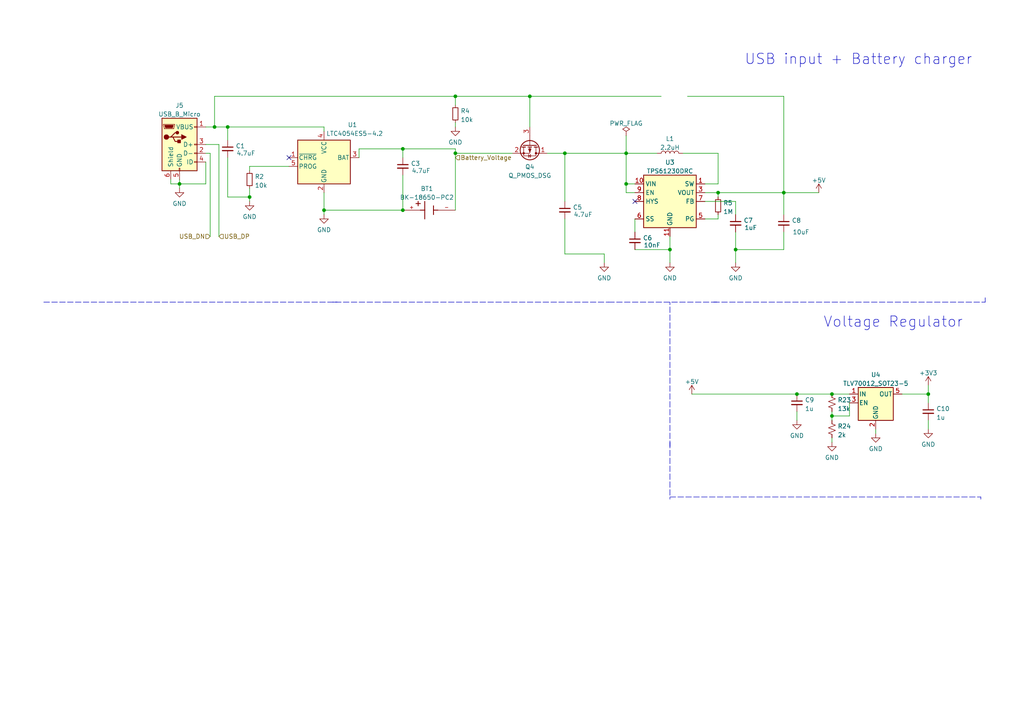
<source format=kicad_sch>
(kicad_sch (version 20211123) (generator eeschema)
  (paper "A4")
  (title_block (title "Power Submodule Schematic") (date "2022-04-12") (rev "v1.05") (company "University of Cape Town") (comment 1 "Ethan Meknassi"))
  (lib_symbols
    (symbol "BK-18650-PC2:BK-18650-PC2" (pin_names (offset 1.016) hide)
      (property "Reference" "BT" (at -3.81 3.81 0))
      (property "Value" "BK-18650-PC2" (at -3.81 -5.08 0))
      (symbol "BK-18650-PC2_0_0"
        (polyline (pts (xy -3.81 1.905) (xy -2.54 1.905)) (stroke (width 0.254)))
        (polyline (pts (xy -3.175 2.54) (xy -3.175 1.27)) (stroke (width 0.254)))
        (polyline (pts (xy -1.27 0) (xy -2.54 0)) (stroke (width 0.254)))
        (polyline (pts (xy -1.27 0) (xy -1.27 -2.54)) (stroke (width 0.254)))
        (polyline (pts (xy -1.27 2.54) (xy -1.27 0)) (stroke (width 0.254)))
        (polyline (pts (xy 1.27 0) (xy 1.27 -1.27)) (stroke (width 0.254)))
        (polyline (pts (xy 1.27 0) (xy 2.54 0)) (stroke (width 0.254)))
        (polyline (pts (xy 1.27 1.27) (xy 1.27 0)) (stroke (width 0.254)))
        (pin passive line (at -7.62 0 0) (length 5.08) (name "~") (number "+"))
        (pin passive line (at 7.62 0 180) (length 5.08) (name "~") (number "-"))
      )
    )
    (symbol "Battery_Management:LTC4054ES5-4.2" (pin_names (offset 0.254))
      (property "Reference" "U" (at -5.842 6.604 0))
      (property "Value" "LTC4054ES5-4.2" (at 1.524 6.604 0))
      (symbol "LTC4054ES5-4.2_0_1"
        (rectangle (start -7.62 5.08) (end 7.62 -7.62) (stroke (width 0.254)) (fill (type background)))
      )
      (symbol "LTC4054ES5-4.2_1_1"
        (pin open_collector line (at -10.16 0 0) (length 2.54) (name "~{CHRG}") (number "1"))
        (pin power_in line (at 0 -10.16 90) (length 2.54) (name "GND") (number "2"))
        (pin power_out line (at 10.16 0 180) (length 2.54) (name "BAT") (number "3"))
        (pin power_in line (at 0 7.62 270) (length 2.54) (name "VCC") (number "4"))
        (pin bidirectional line (at -10.16 -2.54 0) (length 2.54) (name "PROG") (number "5"))
      )
    )
    (symbol "Connector:USB_B_Micro" (pin_names (offset 1.016))
      (property "Reference" "J" (at -5.08 11.43 0))
      (property "Value" "USB_B_Micro" (at -5.08 8.89 0))
      (symbol "USB_B_Micro_0_1"
        (rectangle (start -5.08 -7.62) (end 5.08 7.62) (stroke (width 0.254)) (fill (type background)))
        (circle (center -3.81 2.159) (radius 0.635) (stroke (width 0.254)) (fill (type outline)))
        (circle (center -0.635 3.429) (radius 0.381) (stroke (width 0.254)) (fill (type outline)))
        (rectangle (start -0.127 -7.62) (end 0.127 -6.858))
        (polyline (pts (xy -1.905 2.159) (xy 0.635 2.159)) (stroke (width 0.254)))
        (polyline (pts (xy -3.175 2.159) (xy -2.54 2.159) (xy -1.27 3.429) (xy -0.635 3.429)) (stroke (width 0.254)))
        (polyline (pts (xy -2.54 2.159) (xy -1.905 2.159) (xy -1.27 0.889) (xy 0 0.889)) (stroke (width 0.254)))
        (polyline (pts (xy 0.635 2.794) (xy 0.635 1.524) (xy 1.905 2.159) (xy 0.635 2.794)) (stroke (width 0.254)) (fill (type outline)))
        (polyline (pts (xy -4.318 5.588) (xy -1.778 5.588) (xy -2.032 4.826) (xy -4.064 4.826) (xy -4.318 5.588)) (fill (type outline)))
        (polyline (pts (xy -4.699 5.842) (xy -4.699 5.588) (xy -4.445 4.826) (xy -4.445 4.572) (xy -1.651 4.572) (xy -1.651 4.826) (xy -1.397 5.588) (xy -1.397 5.842) (xy -4.699 5.842)))
        (rectangle (start 0.254 1.27) (end -0.508 0.508) (stroke (width 0.254)) (fill (type outline)))
        (rectangle (start 5.08 -5.207) (end 4.318 -4.953))
        (rectangle (start 5.08 -2.667) (end 4.318 -2.413))
        (rectangle (start 5.08 -0.127) (end 4.318 0.127))
        (rectangle (start 5.08 4.953) (end 4.318 5.207))
      )
      (symbol "USB_B_Micro_1_1"
        (pin power_out line (at 7.62 5.08 180) (length 2.54) (name "VBUS") (number "1"))
        (pin bidirectional line (at 7.62 -2.54 180) (length 2.54) (name "D-") (number "2"))
        (pin bidirectional line (at 7.62 0 180) (length 2.54) (name "D+") (number "3"))
        (pin passive line (at 7.62 -5.08 180) (length 2.54) (name "ID") (number "4"))
        (pin power_out line (at 0 -10.16 90) (length 2.54) (name "GND") (number "5"))
        (pin passive line (at -2.54 -10.16 90) (length 2.54) (name "Shield") (number "6"))
      )
    )
    (symbol "Device:C_Small" (pin_numbers hide) (pin_names (offset 0.254) hide)
      (property "Reference" "C" (at 0.254 1.778 0))
      (property "Value" "C_Small" (at 0.254 -2.032 0))
      (symbol "C_Small_0_1"
        (polyline (pts (xy -1.524 -0.508) (xy 1.524 -0.508)) (stroke (width 0.3302)))
        (polyline (pts (xy -1.524 0.508) (xy 1.524 0.508)) (stroke (width 0.3048)))
      )
      (symbol "C_Small_1_1"
        (pin passive line (at 0 2.54 270) (length 2.032) (name "~") (number "1"))
        (pin passive line (at 0 -2.54 90) (length 2.032) (name "~") (number "2"))
      )
    )
    (symbol "Device:L" (pin_numbers hide) (pin_names (offset 1.016) hide)
      (property "Reference" "L" (at -1.27 0 90))
      (property "Value" "L" (at 1.905 0 90))
      (symbol "L_0_1"
        (arc (start 0 -2.54) (mid 0.635 -1.905) (end 0 -1.27))
        (arc (start 0 -1.27) (mid 0.635 -0.635) (end 0 0))
        (arc (start 0 0) (mid 0.635 0.635) (end 0 1.27))
        (arc (start 0 1.27) (mid 0.635 1.905) (end 0 2.54))
      )
      (symbol "L_1_1"
        (pin passive line (at 0 3.81 270) (length 1.27) (name "1") (number "1"))
        (pin passive line (at 0 -3.81 90) (length 1.27) (name "2") (number "2"))
      )
    )
    (symbol "Device:Q_PMOS_DSG" (pin_names (offset 0) hide)
      (property "Reference" "Q" (at 5.08 1.27 0))
      (property "Value" "Q_PMOS_DSG" (at 5.08 -1.27 0))
      (symbol "Q_PMOS_DSG_0_1"
        (polyline (pts (xy 0.254 0) (xy -2.54 0)))
        (polyline (pts (xy 0.254 1.905) (xy 0.254 -1.905)) (stroke (width 0.254)))
        (polyline (pts (xy 0.762 -1.27) (xy 0.762 -2.286)) (stroke (width 0.254)))
        (polyline (pts (xy 0.762 0.508) (xy 0.762 -0.508)) (stroke (width 0.254)))
        (polyline (pts (xy 0.762 2.286) (xy 0.762 1.27)) (stroke (width 0.254)))
        (polyline (pts (xy 2.54 2.54) (xy 2.54 1.778)))
        (polyline (pts (xy 2.54 -2.54) (xy 2.54 0) (xy 0.762 0)))
        (polyline (pts (xy 0.762 1.778) (xy 3.302 1.778) (xy 3.302 -1.778) (xy 0.762 -1.778)))
        (polyline (pts (xy 2.286 0) (xy 1.27 0.381) (xy 1.27 -0.381) (xy 2.286 0)) (fill (type outline)))
        (polyline (pts (xy 2.794 -0.508) (xy 2.921 -0.381) (xy 3.683 -0.381) (xy 3.81 -0.254)))
        (polyline (pts (xy 3.302 -0.381) (xy 2.921 0.254) (xy 3.683 0.254) (xy 3.302 -0.381)))
        (circle (center 1.651 0) (radius 2.794) (stroke (width 0.254)))
        (circle (center 2.54 -1.778) (radius 0.254) (fill (type outline)))
        (circle (center 2.54 1.778) (radius 0.254) (fill (type outline)))
      )
      (symbol "Q_PMOS_DSG_1_1"
        (pin passive line (at 2.54 5.08 270) (length 2.54) (name "D") (number "1"))
        (pin passive line (at 2.54 -5.08 90) (length 2.54) (name "S") (number "2"))
        (pin input line (at -5.08 0 0) (length 2.54) (name "G") (number "3"))
      )
    )
    (symbol "Device:R_Small" (pin_numbers hide) (pin_names (offset 0.254) hide)
      (property "Reference" "R" (at 0.762 0.508 0))
      (property "Value" "R_Small" (at 0.762 -1.016 0))
      (symbol "R_Small_0_1"
        (rectangle (start -0.762 1.778) (end 0.762 -1.778) (stroke (width 0.2032)))
      )
      (symbol "R_Small_1_1"
        (pin passive line (at 0 2.54 270) (length 0.762) (name "~") (number "1"))
        (pin passive line (at 0 -2.54 90) (length 0.762) (name "~") (number "2"))
      )
    )
    (symbol "Device:R_Small_US" (pin_numbers hide) (pin_names (offset 0.254) hide)
      (property "Reference" "R" (at 0.762 0.508 0))
      (property "Value" "R_Small_US" (at 0.762 -1.016 0))
      (symbol "R_Small_US_1_1"
        (polyline (pts (xy 0 0) (xy 1.016 -0.381) (xy 0 -0.762) (xy -1.016 -1.143) (xy 0 -1.524)))
        (polyline (pts (xy 0 1.524) (xy 1.016 1.143) (xy 0 0.762) (xy -1.016 0.381) (xy 0 0)))
        (pin passive line (at 0 2.54 270) (length 1.016) (name "~") (number "1"))
        (pin passive line (at 0 -2.54 90) (length 1.016) (name "~") (number "2"))
      )
    )
    (symbol "Regulator_Linear:TLV70012_SOT23-5" (pin_names (offset 0.254))
      (property "Reference" "U" (at -3.81 5.715 0))
      (property "Value" "TLV70012_SOT23-5" (at 0 5.715 0))
      (symbol "TLV70012_SOT23-5_0_1"
        (rectangle (start -5.08 4.445) (end 5.08 -5.08) (stroke (width 0.254)) (fill (type background)))
      )
      (symbol "TLV70012_SOT23-5_1_1"
        (pin power_in line (at -7.62 2.54 0) (length 2.54) (name "IN") (number "1"))
        (pin power_in line (at 0 -7.62 90) (length 2.54) (name "GND") (number "2"))
        (pin input line (at -7.62 0 0) (length 2.54) (name "EN") (number "3"))
        (pin no_connect line (at 5.08 0 180) (length 2.54) hide (name "NC") (number "4"))
        (pin power_out line (at 7.62 2.54 180) (length 2.54) (name "OUT") (number "5"))
      )
    )
    (symbol "Regulator_Switching:TPS61230DRC"
      (property "Reference" "U" (at -7.62 11.43 0))
      (property "Value" "TPS61230DRC" (at -7.62 8.89 0))
      (symbol "TPS61230DRC_0_1"
        (rectangle (start -7.62 7.62) (end 7.62 -7.62) (stroke (width 0.254)) (fill (type background)))
      )
      (symbol "TPS61230DRC_1_1"
        (pin power_out line (at 10.16 5.08 180) (length 2.54) (name "SW") (number "1"))
        (pin power_in line (at -10.16 5.08 0) (length 2.54) (name "VIN") (number "10"))
        (pin power_in line (at 0 -10.16 90) (length 2.54) (name "GND") (number "11"))
        (pin passive line (at 10.16 5.08 180) (length 2.54) hide (name "SW") (number "2"))
        (pin power_out line (at 10.16 2.54 180) (length 2.54) (name "VOUT") (number "3"))
        (pin passive line (at 10.16 2.54 180) (length 2.54) hide (name "VOUT") (number "4"))
        (pin output line (at 10.16 -5.08 180) (length 2.54) (name "PG") (number "5"))
        (pin input line (at -10.16 -5.08 0) (length 2.54) (name "SS") (number "6"))
        (pin input line (at 10.16 0 180) (length 2.54) (name "FB") (number "7"))
        (pin output line (at -10.16 0 0) (length 2.54) (name "HYS") (number "8"))
        (pin input line (at -10.16 2.54 0) (length 2.54) (name "EN") (number "9"))
      )
    )
    (symbol "power:+3V3" (power) (pin_names (offset 0))
      (property "Value" "+3V3" (at 0 3.556 0))
      (symbol "+3V3_0_1"
        (polyline (pts (xy -0.762 1.27) (xy 0 2.54)))
        (polyline (pts (xy 0 0) (xy 0 2.54)))
        (polyline (pts (xy 0 2.54) (xy 0.762 1.27)))
      )
      (symbol "+3V3_1_1"
        (pin power_in line (at 0 0 90) (length 0) hide (name "+3V3") (number "1"))
      )
    )
    (symbol "power:+5V" (power) (pin_names (offset 0))
      (property "Value" "+5V" (at 0 3.556 0))
      (symbol "+5V_0_1"
        (polyline (pts (xy -0.762 1.27) (xy 0 2.54)))
        (polyline (pts (xy 0 0) (xy 0 2.54)))
        (polyline (pts (xy 0 2.54) (xy 0.762 1.27)))
      )
      (symbol "+5V_1_1"
        (pin power_in line (at 0 0 90) (length 0) hide (name "+5V") (number "1"))
      )
    )
    (symbol "power:GND" (power) (pin_names (offset 0))
      (property "Value" "GND" (at 0 -3.81 0))
      (symbol "GND_0_1"
        (polyline (pts (xy 0 0) (xy 0 -1.27) (xy 1.27 -1.27) (xy 0 -2.54) (xy -1.27 -1.27) (xy 0 -1.27)))
      )
      (symbol "GND_1_1"
        (pin power_in line (at 0 0 270) (length 0) hide (name "GND") (number "1"))
      )
    )
    (symbol "power:PWR_FLAG" (power) (pin_numbers hide) (pin_names (offset 0) hide)
      (property "Value" "PWR_FLAG" (at 0 3.81 0))
      (symbol "PWR_FLAG_0_0"
        (pin power_out line (at 0 0 90) (length 0) (name "pwr") (number "1"))
      )
      (symbol "PWR_FLAG_0_1"
        (polyline (pts (xy 0 0) (xy 0 1.27) (xy -1.016 1.905) (xy 0 2.54) (xy 1.016 1.905) (xy 0 1.27)))
      )
    )
  )
  (junction (at 153.67 27.94))
  (junction (at 116.84 43.18))
  (junction (at 227.33 55.88))
  (junction (at 269.24 114.3))
  (junction (at 66.04 36.83))
  (junction (at 194.31 72.39))
  (junction (at 241.3 114.3))
  (junction (at 241.3 120.65))
  (junction (at 132.08 27.94))
  (junction (at 231.14 114.3))
  (junction (at 181.61 44.45))
  (junction (at 163.83 44.45))
  (junction (at 132.08 44.45))
  (junction (at 213.36 72.39))
  (junction (at 62.23 36.83))
  (junction (at 93.98 60.96))
  (junction (at 116.84 60.96))
  (junction (at 72.39 57.15))
  (junction (at 181.61 53.34))
  (junction (at 52.07 53.34))
  (junction (at 208.28 55.88))
  (no_connect (at 83.82 45.72))
  (no_connect (at 184.15 58.42))
  (wire (pts (xy 227.33 67.31) (xy 227.33 72.39)))
  (wire (pts (xy 163.83 44.45) (xy 163.83 58.42)))
  (wire (pts (xy 62.23 36.83) (xy 62.23 27.94)))
  (wire (pts (xy 269.24 121.92) (xy 269.24 124.46)))
  (wire (pts (xy 181.61 53.34) (xy 184.15 53.34)))
  (wire (pts (xy 199.39 27.94) (xy 227.33 27.94)))
  (wire (pts (xy 204.47 55.88) (xy 208.28 55.88)))
  (wire (pts (xy 59.69 36.83) (xy 62.23 36.83)))
  (wire (pts (xy 93.98 36.83) (xy 93.98 38.1)))
  (wire (pts (xy 116.84 50.8) (xy 116.84 60.96)))
  (wire (pts (xy 269.24 111.76) (xy 269.24 114.3)))
  (wire (pts (xy 72.39 57.15) (xy 72.39 58.42)))
  (wire (pts (xy 184.15 72.39) (xy 194.31 72.39)))
  (wire (pts (xy 72.39 48.26) (xy 72.39 49.53)))
  (wire (pts (xy 93.98 60.96) (xy 93.98 62.23)))
  (wire (pts (xy 132.08 35.56) (xy 132.08 36.83)))
  (wire (pts (xy 181.61 55.88) (xy 181.61 53.34)))
  (wire (pts (xy 213.36 72.39) (xy 227.33 72.39)))
  (wire (pts (xy 184.15 63.5) (xy 184.15 67.31)))
  (wire (pts (xy 269.24 114.3) (xy 269.24 116.84)))
  (wire (pts (xy 132.08 44.45) (xy 132.08 43.18)))
  (polyline (pts (xy 194.31 144.145) (xy 284.48 144.145)))
  (wire (pts (xy 132.08 27.94) (xy 132.08 30.48)))
  (polyline (pts (xy 194.31 129.54) (xy 194.31 87.63)))
  (wire (pts (xy 227.33 55.88) (xy 227.33 62.23)))
  (wire (pts (xy 66.04 45.72) (xy 66.04 57.15)))
  (wire (pts (xy 181.61 44.45) (xy 190.5 44.45)))
  (wire (pts (xy 241.3 119.38) (xy 241.3 120.65)))
  (wire (pts (xy 163.83 44.45) (xy 181.61 44.45)))
  (wire (pts (xy 231.14 114.3) (xy 241.3 114.3)))
  (wire (pts (xy 204.47 58.42) (xy 213.36 58.42)))
  (wire (pts (xy 181.61 55.88) (xy 184.15 55.88)))
  (wire (pts (xy 158.75 44.45) (xy 163.83 44.45)))
  (wire (pts (xy 213.36 72.39) (xy 213.36 76.2)))
  (wire (pts (xy 241.3 114.3) (xy 246.38 114.3)))
  (wire (pts (xy 132.08 44.45) (xy 148.59 44.45)))
  (wire (pts (xy 104.14 43.18) (xy 116.84 43.18)))
  (polyline (pts (xy 97.79 87.63) (xy 96.52 87.63)))
  (wire (pts (xy 116.84 60.96) (xy 93.98 60.96)))
  (wire (pts (xy 208.28 53.34) (xy 204.47 53.34)))
  (wire (pts (xy 208.28 55.88) (xy 208.28 57.15)))
  (wire (pts (xy 153.67 36.83) (xy 153.67 27.94)))
  (wire (pts (xy 132.08 43.18) (xy 116.84 43.18)))
  (wire (pts (xy 227.33 27.94) (xy 227.33 55.88)))
  (wire (pts (xy 60.96 44.45) (xy 60.96 68.58)))
  (wire (pts (xy 231.14 121.92) (xy 231.14 119.38)))
  (wire (pts (xy 208.28 55.88) (xy 227.33 55.88)))
  (polyline (pts (xy 285.75 86.36) (xy 285.75 87.63)))
  (wire (pts (xy 194.31 68.58) (xy 194.31 72.39)))
  (wire (pts (xy 204.47 63.5) (xy 208.28 63.5)))
  (wire (pts (xy 83.82 48.26) (xy 72.39 48.26)))
  (polyline (pts (xy 176.53 87.63) (xy 208.28 87.63)))
  (wire (pts (xy 59.69 46.99) (xy 59.69 53.34)))
  (wire (pts (xy 194.31 72.39) (xy 194.31 76.2)))
  (wire (pts (xy 208.28 62.23) (xy 208.28 63.5)))
  (wire (pts (xy 59.69 44.45) (xy 60.96 44.45)))
  (wire (pts (xy 208.28 44.45) (xy 208.28 53.34)))
  (wire (pts (xy 93.98 55.88) (xy 93.98 60.96)))
  (polyline (pts (xy 284.48 144.145) (xy 284.48 144.78)))
  (wire (pts (xy 175.26 73.66) (xy 175.26 76.2)))
  (wire (pts (xy 62.23 36.83) (xy 66.04 36.83)))
  (polyline (pts (xy 12.7 87.63) (xy 111.76 87.63)))
  (wire (pts (xy 49.53 52.07) (xy 49.53 53.34)))
  (wire (pts (xy 132.08 27.94) (xy 153.67 27.94)))
  (wire (pts (xy 116.84 43.18) (xy 116.84 45.72)))
  (wire (pts (xy 132.08 44.45) (xy 132.08 60.96)))
  (wire (pts (xy 198.12 44.45) (xy 208.28 44.45)))
  (polyline (pts (xy 194.31 128.27) (xy 194.31 144.78)))
  (wire (pts (xy 62.23 27.94) (xy 132.08 27.94)))
  (wire (pts (xy 241.3 127) (xy 241.3 128.27)))
  (wire (pts (xy 213.36 67.31) (xy 213.36 72.39)))
  (wire (pts (xy 66.04 36.83) (xy 66.04 40.64)))
  (wire (pts (xy 163.83 73.66) (xy 175.26 73.66)))
  (wire (pts (xy 181.61 53.34) (xy 181.61 44.45)))
  (wire (pts (xy 59.69 41.91) (xy 63.5 41.91)))
  (wire (pts (xy 261.62 114.3) (xy 269.24 114.3)))
  (wire (pts (xy 63.5 41.91) (xy 63.5 68.58)))
  (wire (pts (xy 66.04 36.83) (xy 93.98 36.83)))
  (wire (pts (xy 246.38 116.84) (xy 246.38 120.65)))
  (wire (pts (xy 72.39 54.61) (xy 72.39 57.15)))
  (wire (pts (xy 52.07 53.34) (xy 52.07 54.61)))
  (wire (pts (xy 66.04 57.15) (xy 72.39 57.15)))
  (wire (pts (xy 181.61 39.37) (xy 181.61 44.45)))
  (wire (pts (xy 52.07 53.34) (xy 52.07 52.07)))
  (wire (pts (xy 163.83 63.5) (xy 163.83 73.66)))
  (wire (pts (xy 213.36 58.42) (xy 213.36 62.23)))
  (wire (pts (xy 254 124.46) (xy 254 125.73)))
  (wire (pts (xy 227.33 55.88) (xy 237.49 55.88)))
  (wire (pts (xy 200.66 114.3) (xy 231.14 114.3)))
  (wire (pts (xy 104.14 43.18) (xy 104.14 45.72)))
  (polyline (pts (xy 111.76 87.63) (xy 176.53 87.63)))
  (wire (pts (xy 49.53 53.34) (xy 52.07 53.34)))
  (wire (pts (xy 52.07 53.34) (xy 59.69 53.34)))
  (wire (pts (xy 153.67 27.94) (xy 191.77 27.94)))
  (polyline (pts (xy 207.01 87.63) (xy 285.75 87.63)))
  (wire (pts (xy 246.38 120.65) (xy 241.3 120.65)))
  (wire (pts (xy 241.3 120.65) (xy 241.3 121.92)))
  (text "USB input + Battery charger\n" (at 215.9 19.05 0) (effects (font (size 3 3)) (justify left bottom)))
  (text "Voltage Regulator\n" (at 238.76 95.25 0) (effects (font (size 3 3)) (justify left bottom)))
  (hierarchical_label "USB_DN" (shape input) (at 60.96 68.58 180))
  (hierarchical_label "Battery_Voltage" (shape input) (at 132.08 45.72 0))
  (hierarchical_label "USB_DP" (shape input) (at 63.5 68.58 0))
  (symbol (lib_id "Battery_Management:LTC4054ES5-4.2") (at 93.98 45.72 0) (unit 1)
    (property "Reference" "U1" (at 102.235 36.195 0))
    (property "Value" "LTC4054ES5-4.2" (at 102.87 38.735 0))
    (property "Footprint" "Package_TO_SOT_SMD:TSOT-23-5" (effects hide))
    (property "Datasheet" "https://www.analog.com/media/en/technical-documentation/data-https://datasheet.lcsc.com/lcsc/1809261814_TOPPOWER-Nanjing-Extension-Microelectronics-TP4054-42-SOT25R_C32574.pdf" (effects hide))
    (property "LCSC" "C32574" (effects hide))
    (property "Price" "0.1552" (effects hide))
  )
  (symbol (lib_id "power:+3V3") (at 269.24 111.76 0) (unit 1)
    (property "Reference" "#PWR032" (effects hide))
    (property "Value" "+3V3" (at 269.24 108.1842 0))
  )
  (symbol (lib_id "power:GND") (at 93.98 62.23 0) (unit 1)
    (property "Reference" "#PWR023" (effects hide))
    (property "Value" "GND" (at 93.98 66.6734 0))
  )
  (symbol (lib_id "Device:C_Small") (at 184.15 69.85 0) (unit 1)
    (property "Reference" "C6" (at 186.4741 69.0216 0) (effects (justify left)))
    (property "Value" "10nF" (at 186.69 71.12 0) (effects (justify left)))
    (property "Footprint" "Capacitor_SMD:C_0603_1608Metric" (effects hide))
    (property "Datasheet" "https://datasheet.lcsc.com/lcsc/2102081402_FH-Guangdong-Fenghua-Advanced-Tech-0603B103K500NT_C57112.pdf" (effects hide))
    (property "Alt_LCSC" "C124567" (effects hide))
    (property "LCSC" "C57112" (effects hide))
    (property "Price" "0.0028" (effects hide))
  )
  (symbol (lib_id "Regulator_Linear:TLV70012_SOT23-5") (at 254 116.84 0) (unit 1)
    (property "Reference" "U4" (at 254 108.6952 0))
    (property "Value" "TLV70012_SOT23-5" (at 254 111.2321 0))
    (property "Footprint" "Package_TO_SOT_SMD:SOT-23-5" (effects hide))
    (property "Datasheet" "https://datasheet.lcsc.com/lcsc/1809251621_Texas-Instruments-TLV73333PDBVR_C134139.pdf" (effects hide))
    (property "LCSC" "C134139" (effects hide))
    (property "Price" "0.1672" (effects hide))
  )
  (symbol (lib_id "power:PWR_FLAG") (at 181.61 39.37 0) (unit 1)
    (property "Reference" "#FLG02" (effects hide))
    (property "Value" "PWR_FLAG" (at 181.61 35.7942 0))
  )
  (symbol (lib_id "Device:L") (at 194.31 44.45 90) (unit 1)
    (property "Reference" "L1" (at 194.31 40.2422 90))
    (property "Value" "2.2uH" (at 194.31 42.7791 90))
    (property "Footprint" "Inductor_SMD:L_0805_2012Metric" (effects hide))
    (property "Datasheet" "https://datasheet.lcsc.com/lcsc/1811061719_FH-Guangdong-Fenghua-Advanced-Tech-CMI201209U2R2KT_C1043.pdf" (effects hide))
    (property "Alt_LCSC" "C275345" (effects hide))
    (property "LCSC" "C1043" (effects hide))
    (property "Price" "0.0079" (effects hide))
  )
  (symbol (lib_id "Device:Q_PMOS_DSG") (at 153.67 41.91 270) (unit 1)
    (property "Reference" "Q4" (at 153.67 48.3854 90))
    (property "Value" "Q_PMOS_DSG" (at 153.67 50.9223 90))
    (property "Footprint" "Package_TO_SOT_SMD:SOT-23" (effects hide))
    (property "Datasheet" "https://datasheet.lcsc.com/lcsc/1811031711_LRC-LBSS84LT1G_C8492.pdf" (effects hide))
    (property "Alt_LCSC" "C411713" (effects hide))
    (property "LCSC" "C8492" (effects hide))
    (property "Price" "0.0316" (effects hide))
  )
  (symbol (lib_id "Device:C_Small") (at 116.84 48.26 0) (unit 1)
    (property "Reference" "C3" (at 119.1641 47.4316 0) (effects (justify left)))
    (property "Value" "4.7uF" (at 119.38 49.53 0) (effects (justify left)))
    (property "Footprint" "Capacitor_SMD:C_1206_3216Metric" (effects hide))
    (property "Datasheet" "https://datasheet.lcsc.com/lcsc/1811091112_FH-Guangdong-Fenghua-Advanced-Tech-1206B475K500NT_C29823.pdf" (effects hide))
    (property "Alt_LCSC" "C1779" (effects hide))
    (property "LCSC" "C29823" (effects hide))
    (property "Price" "0.0657" (effects hide))
  )
  (symbol (lib_id "Device:C_Small") (at 66.04 43.18 0) (unit 1)
    (property "Reference" "C1" (at 68.3641 42.3516 0) (effects (justify left)))
    (property "Value" "4.7uF" (at 68.58 44.45 0) (effects (justify left)))
    (property "Footprint" "Capacitor_SMD:C_1206_3216Metric" (effects hide))
    (property "Datasheet" "https://datasheet.lcsc.com/lcsc/1811091112_FH-Guangdong-Fenghua-Advanced-Tech-1206B475K500NT_C29823.pdf" (effects hide))
    (property "Alt_LCSC" "C1779" (effects hide))
    (property "LCSC" "C29823" (effects hide))
    (property "Price" "0.0657" (effects hide))
  )
  (symbol (lib_id "Regulator_Switching:TPS61230DRC") (at 194.31 58.42 0) (unit 1)
    (property "Reference" "U3" (at 194.31 47.1002 0))
    (property "Value" "TPS61230DRC" (at 194.31 49.6371 0))
    (property "Footprint" "Package_SON:Texas_S-PVSON-N10_ThermalVias" (effects hide))
    (property "Datasheet" "https://datasheet.lcsc.com/lcsc/1810271111_Texas-Instruments-TPS61230DRCR_C139626.pdf" (effects hide))
    (property "Alt_LCSC" "C139626" (effects hide))
    (property "LCSC" "C139626" (effects hide))
    (property "Price" "3.0442" (effects hide))
  )
  (symbol (lib_id "power:GND") (at 132.08 36.83 0) (unit 1)
    (property "Reference" "#PWR025" (effects hide))
    (property "Value" "GND" (at 132.08 41.2734 0))
  )
  (symbol (lib_id "power:GND") (at 194.31 76.2 0) (unit 1)
    (property "Reference" "#PWR027" (effects hide))
    (property "Value" "GND" (at 194.31 80.6434 0))
  )
  (symbol (lib_id "Device:R_Small") (at 132.08 33.02 180) (unit 1)
    (property "Reference" "R4" (at 133.5786 32.1853 0) (effects (justify right)))
    (property "Value" "10k" (at 133.5786 34.7222 0) (effects (justify right)))
    (property "Footprint" "Resistor_SMD:R_0603_1608Metric" (effects hide))
    (property "Datasheet" "https://datasheet.lcsc.com/lcsc/2110260030_UNI-ROYAL-Uniroyal-Elec-0603WAF1002T5E_C25804.pdf" (effects hide))
    (property "Alt_LCSC" "C23192" (effects hide))
    (property "LCSC" "C25804" (effects hide))
    (property "Populate" "0.0013" (effects hide))
    (property "Price" "0.0013" (effects hide))
  )
  (symbol (lib_id "Device:C_Small") (at 163.83 60.96 0) (unit 1)
    (property "Reference" "C5" (at 166.1541 60.1316 0) (effects (justify left)))
    (property "Value" "4.7uF" (at 166.37 62.23 0) (effects (justify left)))
    (property "Footprint" "Capacitor_SMD:C_1206_3216Metric" (effects hide))
    (property "Datasheet" "https://datasheet.lcsc.com/lcsc/1811091112_FH-Guangdong-Fenghua-Advanced-Tech-1206B475K500NT_C29823.pdf" (effects hide))
    (property "Alt_LCSC" "C1779" (effects hide))
    (property "LCSC" "C29823" (effects hide))
    (property "Price" "0.0657" (effects hide))
  )
  (symbol (lib_id "power:+5V") (at 237.49 55.88 0) (unit 1)
    (property "Reference" "#PWR029" (effects hide))
    (property "Value" "+5V" (at 237.49 52.3042 0))
  )
  (symbol (lib_id "power:GND") (at 269.24 124.46 0) (unit 1)
    (property "Reference" "#PWR033" (effects hide))
    (property "Value" "GND" (at 269.24 128.9034 0))
  )
  (symbol (lib_id "Device:R_Small_US") (at 241.3 116.84 0) (unit 1)
    (property "Reference" "R23" (at 242.951 116.0053 0) (effects (justify left)))
    (property "Value" "13k" (at 242.951 118.5422 0) (effects (justify left)))
    (property "Footprint" "Resistor_SMD:R_0603_1608Metric" (effects hide))
    (property "Datasheet" "https://datasheet.lcsc.com/lcsc/2110252030_UNI-ROYAL-Uniroyal-Elec-0603WAF1302T5E_C22797.pdf" (effects hide))
    (property "Alt_LCSC" "C17455" (effects hide))
    (property "LCSC" "C22797" (effects hide))
    (property "Price" "0.0013" (effects hide))
  )
  (symbol (lib_id "BK-18650-PC2:BK-18650-PC2") (at 124.46 60.96 0) (unit 1)
    (property "Reference" "BT1" (at 123.825 54.7202 0))
    (property "Value" "BK-18650-PC2" (at 123.825 57.2571 0))
    (property "Footprint" "BAT_BK-18650-PC2" (effects hide))
    (property "STANDARD" "Manufacturer Recommendations" (effects hide))
    (property "PARTREV" "F" (effects hide))
    (property "MANUFACTURER" "MPD" (effects hide))
    (property "MAXIMUM_PACKAGE_HEIGHT" "21.41 mm" (effects hide))
  )
  (symbol (lib_id "Connector:USB_B_Micro") (at 52.07 41.91 0) (unit 1)
    (property "Reference" "J5" (at 52.07 30.5902 0))
    (property "Value" "USB_B_Micro" (at 52.07 33.1271 0))
    (property "Footprint" "Connector_USB:USB_Micro-B_Molex-105133-0031" (effects hide))
    (property "Datasheet" "https://datasheet.lcsc.com/lcsc/1811131822_Amphenol-ICC-10118194-0001LF_C132563.pdf" (effects hide))
    (property "Alt_LCSC" "C136001" (effects hide))
    (property "LCSC" "C132563" (effects hide))
    (property "Price" "0.2511" (effects hide))
  )
  (symbol (lib_id "Device:R_Small") (at 208.28 59.69 180) (unit 1)
    (property "Reference" "R5" (at 209.7786 58.8553 0) (effects (justify right)))
    (property "Value" "1M" (at 209.7786 61.3922 0) (effects (justify right)))
    (property "Footprint" "Resistor_SMD:R_0603_1608Metric" (effects hide))
    (property "Datasheet" "https://datasheet.lcsc.com/lcsc/2110252030_UNI-ROYAL-Uniroyal-Elec-0603WAF1004T5E_C22935.pdf" (effects hide))
    (property "Alt_LCSC" "C26098" (effects hide))
    (property "LCSC" "C22935" (effects hide))
    (property "Price" "0.0013" (effects hide))
  )
  (symbol (lib_id "power:GND") (at 175.26 76.2 0) (unit 1)
    (property "Reference" "#PWR026" (effects hide))
    (property "Value" "GND" (at 175.26 80.6434 0))
  )
  (symbol (lib_id "power:GND") (at 72.39 58.42 0) (unit 1)
    (property "Reference" "#PWR021" (effects hide))
    (property "Value" "GND" (at 72.39 62.8634 0))
  )
  (symbol (lib_id "Device:C_Small") (at 227.33 64.77 0) (unit 1)
    (property "Reference" "C8" (at 229.6541 63.9416 0) (effects (justify left)))
    (property "Value" "10uF" (at 229.87 67.31 0) (effects (justify left)))
    (property "Footprint" "Capacitor_SMD:C_1206_3216Metric" (effects hide))
    (property "Datasheet" "https://datasheet.lcsc.com/lcsc/1810221112_Samsung-Electro-Mechanics-CL31A106KBHNNNE_C13585.pdf" (effects hide))
    (property "Alt_LCSC" "C440198" (effects hide))
    (property "LCSC" "C13585" (effects hide))
    (property "Price" "0.0427" (effects hide))
  )
  (symbol (lib_id "power:GND") (at 231.14 121.92 0) (unit 1)
    (property "Reference" "#PWR030" (effects hide))
    (property "Value" "GND" (at 231.14 126.3634 0))
  )
  (symbol (lib_id "Device:R_Small_US") (at 241.3 124.46 0) (unit 1)
    (property "Reference" "R24" (at 242.951 123.6253 0) (effects (justify left)))
    (property "Value" "2k" (at 242.951 126.1622 0) (effects (justify left)))
    (property "Footprint" "Resistor_SMD:R_0603_1608Metric" (effects hide))
    (property "Datasheet" "~252130_UNI-ROYAL-Uniroyal-Elec-0603WAF2001T5E_C22975.pdf" (effects hide))
    (property "Alt_LCSC" "C25590" (effects hide))
    (property "LCSC" "C22975" (effects hide))
    (property "Price" "0.0014" (effects hide))
  )
  (symbol (lib_id "power:GND") (at 254 125.73 0) (unit 1)
    (property "Reference" "#PWR031" (effects hide))
    (property "Value" "GND" (at 254 130.1734 0))
  )
  (symbol (lib_id "power:+5V") (at 200.66 114.3 0) (unit 1)
    (property "Reference" "#PWR0101" (effects hide))
    (property "Value" "+5V" (at 200.66 110.7242 0))
  )
  (symbol (lib_id "Device:C_Small") (at 213.36 64.77 0) (unit 1)
    (property "Reference" "C7" (at 215.6841 63.9416 0) (effects (justify left)))
    (property "Value" "1uF" (at 215.9 66.04 0) (effects (justify left)))
    (property "Footprint" "Capacitor_SMD:C_0603_1608Metric" (effects hide))
    (property "Datasheet" "https://datasheet.lcsc.com/lcsc/1810261812_Samsung-Electro-Mechanics-CL10A105KB8NNNC_C15849.pdf" (effects hide))
    (property "Alt_LCSC" "C90540" (effects hide))
    (property "LCSC" "C15849" (effects hide))
    (property "Price" "0.0058" (effects hide))
  )
  (symbol (lib_id "power:GND") (at 52.07 54.61 0) (unit 1)
    (property "Reference" "#PWR020" (effects hide))
    (property "Value" "GND" (at 52.07 59.0534 0))
  )
  (symbol (lib_id "Device:R_Small") (at 72.39 52.07 180) (unit 1)
    (property "Reference" "R2" (at 73.8886 51.2353 0) (effects (justify right)))
    (property "Value" "10k" (at 73.8886 53.7722 0) (effects (justify right)))
    (property "Footprint" "Resistor_SMD:R_0603_1608Metric" (effects hide))
    (property "Datasheet" "https://datasheet.lcsc.com/lcsc/2110260030_UNI-ROYAL-Uniroyal-Elec-0603WAF1002T5E_C25804.pdf" (effects hide))
    (property "Alt_LCSC" "C23192" (effects hide))
    (property "LCSC" "C25804" (effects hide))
    (property "Populate" "0.0013" (effects hide))
    (property "Price" "0.0013" (effects hide))
  )
  (symbol (lib_id "power:GND") (at 241.3 128.27 0) (unit 1)
    (property "Reference" "#PWR0102" (effects hide))
    (property "Value" "GND" (at 241.3 132.7134 0))
  )
  (symbol (lib_id "power:GND") (at 213.36 76.2 0) (unit 1)
    (property "Reference" "#PWR028" (effects hide))
    (property "Value" "GND" (at 213.36 80.6434 0))
  )
  (symbol (lib_id "Device:C_Small") (at 231.14 116.84 0) (unit 1)
    (property "Reference" "C9" (at 233.4641 116.0116 0) (effects (justify left)))
    (property "Value" "1u" (at 233.4641 118.5485 0) (effects (justify left)))
    (property "Footprint" "Capacitor_SMD:C_0603_1608Metric" (effects hide))
    (property "Datasheet" "https://datasheet.lcsc.com/lcsc/2102081402_FH-Guangdong-Fenghua-Advanced-Tech-0603B103K500NT_C57112.pdf" (effects hide))
    (property "Alt_LCSC" "C1848" (effects hide))
    (property "LCSC" "C15849" (effects hide))
    (property "Price" "0.0057" (effects hide))
  )
  (symbol (lib_id "Device:C_Small") (at 269.24 119.38 0) (unit 1)
    (property "Reference" "C10" (at 271.5641 118.5516 0) (effects (justify left)))
    (property "Value" "1u" (at 271.5641 121.0885 0) (effects (justify left)))
    (property "Footprint" "Capacitor_SMD:C_0603_1608Metric" (effects hide))
    (property "Datasheet" "https://datasheet.lcsc.com/lcsc/2102081402_FH-Guangdong-Fenghua-Advanced-Tech-0603B103K500NT_C57112.pdf" (effects hide))
    (property "Alt_LCSC" "C1848" (effects hide))
    (property "LCSC" "C15849" (effects hide))
    (property "Price" "0.0057" (effects hide))
  )
)
</source>
